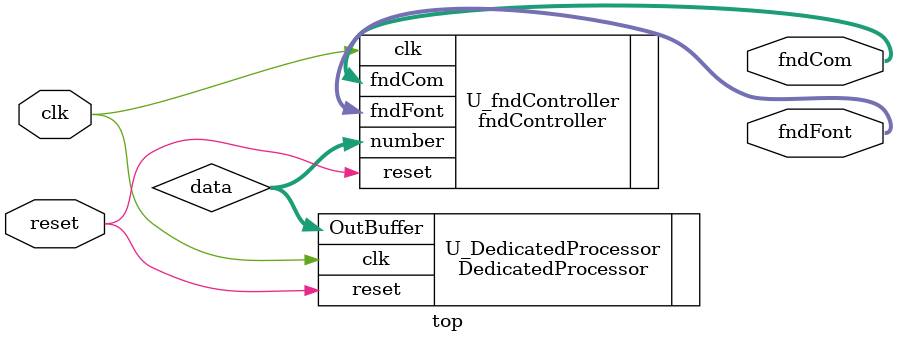
<source format=sv>
`timescale 1ns / 1ps

module top (
    input  logic       clk,
    input  logic       reset,
    output logic [3:0] fndCom,
    output logic [7:0] fndFont
);

    logic [7:0] data;

    DedicatedProcessor U_DedicatedProcessor (
        .clk(clk),
        .reset(reset),
        .OutBuffer(data)
    );

    fndController U_fndController (
        .clk(clk),
        .reset(reset),
        .number(data),
        .fndCom(fndCom),
        .fndFont(fndFont)
    );

endmodule

</source>
